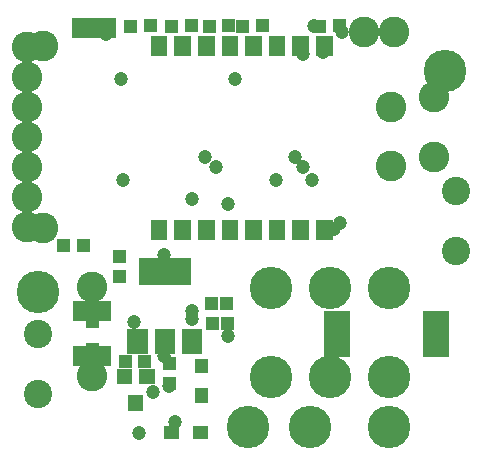
<source format=gbr>
%FSLAX32Y32*%
%MOMM*%
%LNLOETSTOP2*%
G71*
G01*
%ADD10C, 2.60*%
%ADD11C, 3.60*%
%ADD12C, 2.60*%
%ADD13C, 1.20*%
%ADD14C, 2.40*%
%ADD15C, 3.60*%
%ADD16C, 2.60*%
%LPD*%
X4345Y5057D02*
G54D10*
D03*
X4345Y4304D02*
G54D10*
D03*
X5858Y4301D02*
G54D11*
D03*
X5858Y5054D02*
G54D11*
D03*
X6360Y4301D02*
G54D11*
D03*
X6360Y5054D02*
G54D11*
D03*
X6862Y4301D02*
G54D11*
D03*
X6862Y5054D02*
G54D11*
D03*
G36*
X4508Y4942D02*
X4508Y4772D01*
X4188Y4772D01*
X4188Y4942D01*
X4508Y4942D01*
G37*
G36*
X4508Y4562D02*
X4508Y4392D01*
X4188Y4392D01*
X4188Y4562D01*
X4508Y4562D01*
G37*
G36*
X4875Y4236D02*
X4745Y4236D01*
X4745Y4366D01*
X4875Y4366D01*
X4875Y4236D01*
G37*
G36*
X4685Y4236D02*
X4555Y4236D01*
X4555Y4366D01*
X4685Y4366D01*
X4685Y4236D01*
G37*
G36*
X4780Y4014D02*
X4650Y4014D01*
X4650Y4144D01*
X4780Y4144D01*
X4780Y4014D01*
G37*
X6874Y6085D02*
G54D12*
D03*
X6874Y6585D02*
G54D12*
D03*
X3927Y5564D02*
G54D12*
D03*
X3927Y7104D02*
G54D12*
D03*
G36*
X5276Y4498D02*
X5106Y4498D01*
X5106Y4708D01*
X5276Y4708D01*
X5276Y4498D01*
G37*
G36*
X5046Y4497D02*
X4876Y4497D01*
X4876Y4707D01*
X5046Y4707D01*
X5046Y4497D01*
G37*
G36*
X4816Y4497D02*
X4646Y4497D01*
X4646Y4707D01*
X4816Y4707D01*
X4816Y4497D01*
G37*
G36*
X5180Y5074D02*
X4740Y5074D01*
X4740Y5304D01*
X5180Y5304D01*
X5180Y5074D01*
G37*
G36*
X5060Y4469D02*
X5060Y4359D01*
X4950Y4359D01*
X4950Y4469D01*
X5060Y4469D01*
G37*
G36*
X5059Y4302D02*
X5059Y4192D01*
X4949Y4192D01*
X4949Y4302D01*
X5059Y4302D01*
G37*
X4953Y4476D02*
G54D13*
D03*
X4953Y5333D02*
G54D13*
D03*
G36*
X4631Y5374D02*
X4631Y5264D01*
X4521Y5264D01*
X4521Y5374D01*
X4631Y5374D01*
G37*
G36*
X4630Y5207D02*
X4630Y5097D01*
X4520Y5097D01*
X4520Y5207D01*
X4630Y5207D01*
G37*
G36*
X6306Y4862D02*
X6526Y4862D01*
X6526Y4467D01*
X6306Y4467D01*
X6306Y4862D01*
G37*
G36*
X7147Y4861D02*
X7367Y4861D01*
X7367Y4466D01*
X7147Y4466D01*
X7147Y4861D01*
G37*
X7239Y6666D02*
G54D12*
D03*
X7239Y6158D02*
G54D12*
D03*
G36*
X4849Y4373D02*
X4739Y4373D01*
X4739Y4483D01*
X4849Y4483D01*
X4849Y4373D01*
G37*
G36*
X4682Y4372D02*
X4572Y4372D01*
X4572Y4482D01*
X4682Y4482D01*
X4682Y4372D01*
G37*
X4858Y4174D02*
G54D13*
D03*
X7430Y5364D02*
G54D14*
D03*
X7430Y5872D02*
G54D14*
D03*
G36*
X4405Y4835D02*
X4405Y4710D01*
X4295Y4710D01*
X4295Y4835D01*
X4405Y4835D01*
G37*
G36*
X4405Y4588D02*
X4405Y4463D01*
X4295Y4463D01*
X4295Y4588D01*
X4405Y4588D01*
G37*
G36*
X5307Y4701D02*
X5307Y4811D01*
X5417Y4811D01*
X5417Y4701D01*
X5307Y4701D01*
G37*
G36*
X5306Y4868D02*
X5306Y4978D01*
X5416Y4978D01*
X5416Y4868D01*
X5306Y4868D01*
G37*
G36*
X5434Y4701D02*
X5434Y4811D01*
X5544Y4811D01*
X5544Y4701D01*
X5434Y4701D01*
G37*
G36*
X5433Y4868D02*
X5433Y4978D01*
X5543Y4978D01*
X5543Y4868D01*
X5433Y4868D01*
G37*
X5493Y4650D02*
G54D13*
D03*
G36*
X5326Y4454D02*
X5326Y4329D01*
X5216Y4329D01*
X5216Y4454D01*
X5326Y4454D01*
G37*
G36*
X5326Y4207D02*
X5326Y4082D01*
X5216Y4082D01*
X5216Y4207D01*
X5326Y4207D01*
G37*
X5191Y4793D02*
G54D13*
D03*
X5191Y4856D02*
G54D13*
D03*
X5667Y3872D02*
G54D15*
D03*
X6191Y3872D02*
G54D15*
D03*
X6858Y3872D02*
G54D15*
D03*
G36*
X6243Y5626D02*
X6383Y5626D01*
X6383Y5456D01*
X6243Y5456D01*
X6243Y5626D01*
G37*
G36*
X6043Y5626D02*
X6183Y5626D01*
X6183Y5456D01*
X6043Y5456D01*
X6043Y5626D01*
G37*
G36*
X5843Y5626D02*
X5983Y5626D01*
X5983Y5456D01*
X5843Y5456D01*
X5843Y5626D01*
G37*
G36*
X5643Y5626D02*
X5783Y5626D01*
X5783Y5456D01*
X5643Y5456D01*
X5643Y5626D01*
G37*
G36*
X5443Y5626D02*
X5583Y5626D01*
X5583Y5456D01*
X5443Y5456D01*
X5443Y5626D01*
G37*
G36*
X5243Y5626D02*
X5383Y5626D01*
X5383Y5456D01*
X5243Y5456D01*
X5243Y5626D01*
G37*
G36*
X5043Y5626D02*
X5183Y5626D01*
X5183Y5456D01*
X5043Y5456D01*
X5043Y5626D01*
G37*
G36*
X4843Y5626D02*
X4983Y5626D01*
X4983Y5456D01*
X4843Y5456D01*
X4843Y5626D01*
G37*
G36*
X6243Y7189D02*
X6383Y7189D01*
X6383Y7019D01*
X6243Y7019D01*
X6243Y7189D01*
G37*
G36*
X6043Y7189D02*
X6183Y7189D01*
X6183Y7019D01*
X6043Y7019D01*
X6043Y7189D01*
G37*
G36*
X5843Y7189D02*
X5983Y7189D01*
X5983Y7019D01*
X5843Y7019D01*
X5843Y7189D01*
G37*
G36*
X5643Y7189D02*
X5783Y7189D01*
X5783Y7019D01*
X5643Y7019D01*
X5643Y7189D01*
G37*
G36*
X5443Y7189D02*
X5583Y7189D01*
X5583Y7019D01*
X5443Y7019D01*
X5443Y7189D01*
G37*
G36*
X5243Y7189D02*
X5383Y7189D01*
X5383Y7019D01*
X5243Y7019D01*
X5243Y7189D01*
G37*
G36*
X5043Y7189D02*
X5183Y7189D01*
X5183Y7019D01*
X5043Y7019D01*
X5043Y7189D01*
G37*
G36*
X4843Y7189D02*
X4983Y7189D01*
X4983Y7019D01*
X4843Y7019D01*
X4843Y7189D01*
G37*
X7334Y6888D02*
G54D15*
D03*
X3889Y4666D02*
G54D14*
D03*
X3889Y4158D02*
G54D14*
D03*
X6398Y5555D02*
G54D13*
D03*
X6445Y5603D02*
G54D13*
D03*
X3889Y5015D02*
G54D15*
D03*
G36*
X5326Y3770D02*
X5201Y3770D01*
X5201Y3880D01*
X5326Y3880D01*
X5326Y3770D01*
G37*
G36*
X5079Y3770D02*
X4954Y3770D01*
X4954Y3880D01*
X5079Y3880D01*
X5079Y3770D01*
G37*
X5048Y3920D02*
G54D13*
D03*
X4747Y3825D02*
G54D13*
D03*
G36*
X6497Y7216D02*
X6387Y7216D01*
X6387Y7326D01*
X6497Y7326D01*
X6497Y7216D01*
G37*
G36*
X6330Y7215D02*
X6220Y7215D01*
X6220Y7325D01*
X6330Y7325D01*
X6330Y7215D01*
G37*
G36*
X4894Y7216D02*
X4784Y7216D01*
X4784Y7326D01*
X4894Y7326D01*
X4894Y7216D01*
G37*
G36*
X4727Y7215D02*
X4617Y7215D01*
X4617Y7325D01*
X4727Y7325D01*
X4727Y7215D01*
G37*
G36*
X5846Y7216D02*
X5736Y7216D01*
X5736Y7326D01*
X5846Y7326D01*
X5846Y7216D01*
G37*
G36*
X5679Y7215D02*
X5569Y7215D01*
X5569Y7325D01*
X5679Y7325D01*
X5679Y7215D01*
G37*
G36*
X5560Y7216D02*
X5450Y7216D01*
X5450Y7326D01*
X5560Y7326D01*
X5560Y7216D01*
G37*
G36*
X5393Y7215D02*
X5283Y7215D01*
X5283Y7325D01*
X5393Y7325D01*
X5393Y7215D01*
G37*
G36*
X5243Y7216D02*
X5133Y7216D01*
X5133Y7326D01*
X5243Y7326D01*
X5243Y7216D01*
G37*
G36*
X5076Y7215D02*
X4966Y7215D01*
X4966Y7325D01*
X5076Y7325D01*
X5076Y7215D01*
G37*
X5493Y5761D02*
G54D13*
D03*
X5906Y5968D02*
G54D13*
D03*
X4604Y5968D02*
G54D13*
D03*
X5001Y4222D02*
G54D13*
D03*
X4699Y4761D02*
G54D13*
D03*
X6302Y7047D02*
G54D13*
D03*
X6461Y7222D02*
G54D13*
D03*
X3794Y6840D02*
G54D16*
D03*
X3794Y6586D02*
G54D16*
D03*
X3794Y6332D02*
G54D16*
D03*
X3794Y6078D02*
G54D16*
D03*
X3794Y5824D02*
G54D16*
D03*
X3794Y5570D02*
G54D16*
D03*
X4588Y6825D02*
G54D13*
D03*
X5556Y6825D02*
G54D13*
D03*
X5191Y5809D02*
G54D13*
D03*
G36*
X4326Y5357D02*
X4216Y5357D01*
X4216Y5467D01*
X4326Y5467D01*
X4326Y5357D01*
G37*
G36*
X4158Y5356D02*
X4048Y5356D01*
X4048Y5466D01*
X4158Y5466D01*
X4158Y5356D01*
G37*
X6906Y7222D02*
G54D16*
D03*
X6652Y7222D02*
G54D16*
D03*
X6207Y5968D02*
G54D13*
D03*
X5302Y6158D02*
G54D13*
D03*
X5398Y6079D02*
G54D13*
D03*
X6128Y6079D02*
G54D13*
D03*
X6064Y6158D02*
G54D13*
D03*
G36*
X4550Y7339D02*
X4550Y7169D01*
X4180Y7169D01*
X4180Y7339D01*
X4550Y7339D01*
G37*
X6128Y7031D02*
G54D13*
D03*
X3794Y7095D02*
G54D16*
D03*
X4461Y7206D02*
G54D13*
D03*
X6223Y7270D02*
G54D13*
D03*
M02*

</source>
